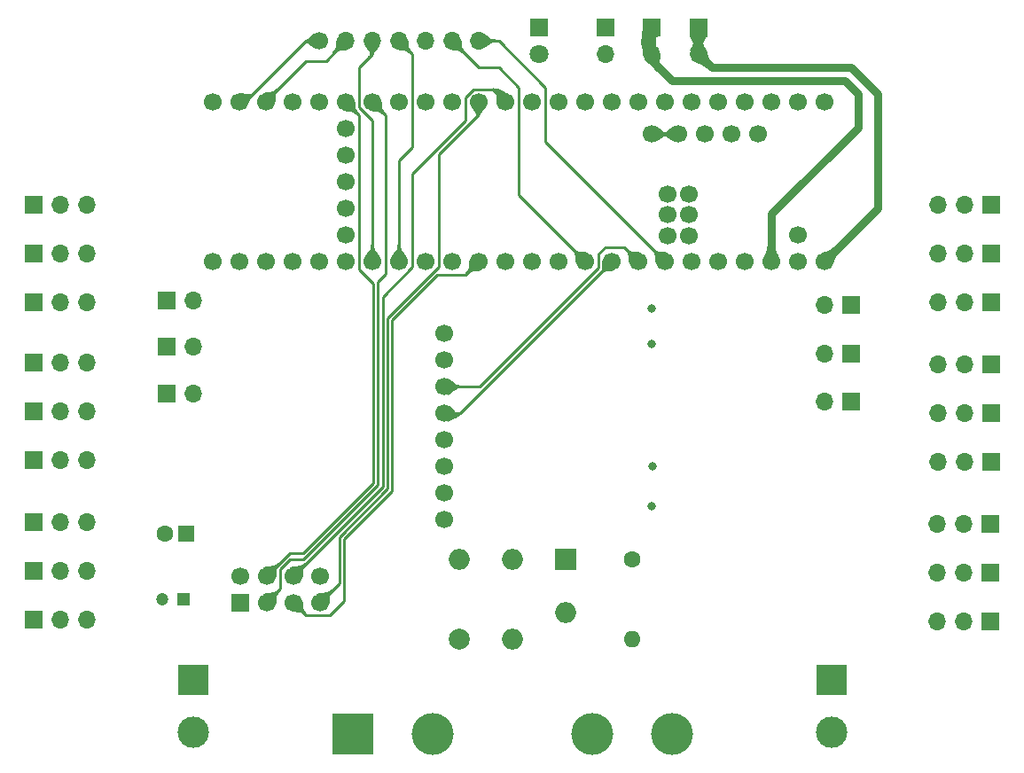
<source format=gbr>
%TF.GenerationSoftware,KiCad,Pcbnew,7.0.8*%
%TF.CreationDate,2025-03-22T19:36:18-04:00*%
%TF.ProjectId,Hexapod PCB KiCad Project,48657861-706f-4642-9050-4342204b6943,rev?*%
%TF.SameCoordinates,Original*%
%TF.FileFunction,Copper,L3,Inr*%
%TF.FilePolarity,Positive*%
%FSLAX46Y46*%
G04 Gerber Fmt 4.6, Leading zero omitted, Abs format (unit mm)*
G04 Created by KiCad (PCBNEW 7.0.8) date 2025-03-22 19:36:18*
%MOMM*%
%LPD*%
G01*
G04 APERTURE LIST*
%TA.AperFunction,ComponentPad*%
%ADD10O,1.600000X1.600000*%
%TD*%
%TA.AperFunction,ComponentPad*%
%ADD11C,1.600000*%
%TD*%
%TA.AperFunction,ComponentPad*%
%ADD12R,1.800000X1.800000*%
%TD*%
%TA.AperFunction,ComponentPad*%
%ADD13C,1.800000*%
%TD*%
%TA.AperFunction,ComponentPad*%
%ADD14R,1.700000X1.700000*%
%TD*%
%TA.AperFunction,ComponentPad*%
%ADD15O,1.700000X1.700000*%
%TD*%
%TA.AperFunction,ComponentPad*%
%ADD16C,1.700000*%
%TD*%
%TA.AperFunction,ComponentPad*%
%ADD17O,2.000000X2.000000*%
%TD*%
%TA.AperFunction,ComponentPad*%
%ADD18R,3.000000X3.000000*%
%TD*%
%TA.AperFunction,ComponentPad*%
%ADD19C,3.000000*%
%TD*%
%TA.AperFunction,ComponentPad*%
%ADD20R,4.000000X4.000000*%
%TD*%
%TA.AperFunction,ComponentPad*%
%ADD21C,4.000000*%
%TD*%
%TA.AperFunction,ComponentPad*%
%ADD22C,1.200000*%
%TD*%
%TA.AperFunction,ComponentPad*%
%ADD23R,1.200000X1.200000*%
%TD*%
%TA.AperFunction,ComponentPad*%
%ADD24R,1.600000X1.600000*%
%TD*%
%TA.AperFunction,ComponentPad*%
%ADD25C,2.000000*%
%TD*%
%TA.AperFunction,ComponentPad*%
%ADD26R,2.000000X2.000000*%
%TD*%
%TA.AperFunction,ViaPad*%
%ADD27C,0.800000*%
%TD*%
%TA.AperFunction,Conductor*%
%ADD28C,0.750000*%
%TD*%
%TA.AperFunction,Conductor*%
%ADD29C,0.250000*%
%TD*%
G04 APERTURE END LIST*
D10*
%TO.N,+3.3V*%
%TO.C,R3*%
X154940000Y-123190000D03*
D11*
%TO.N,Net-(D2-A)*%
X154940000Y-115570000D03*
%TD*%
D12*
%TO.N,GND*%
%TO.C,D2*%
X146050000Y-64770000D03*
D13*
%TO.N,Net-(D2-A)*%
X146050000Y-67310000D03*
%TD*%
D14*
%TO.N,GND*%
%TO.C,B2*%
X152400000Y-64770000D03*
D15*
X152400000Y-67310000D03*
%TD*%
D14*
%TO.N,Teensy VIN*%
%TO.C,B4*%
X161290000Y-64770000D03*
D15*
X161290000Y-67310000D03*
%TD*%
D16*
%TO.N,+3.3V*%
%TO.C,U4*%
X137034000Y-94007000D03*
%TO.N,GND*%
X137034000Y-96547000D03*
%TO.N,Gyro SCL*%
X137034000Y-99087000D03*
%TO.N,Gyro SDA*%
X137034000Y-101627000D03*
%TO.N,unconnected-(U4-XDA-Pad5)*%
X137034000Y-104167000D03*
%TO.N,unconnected-(U4-XCL-Pad6)*%
X137034000Y-106707000D03*
%TO.N,unconnected-(U4-ADO-Pad7)*%
X137034000Y-109247000D03*
%TO.N,unconnected-(U4-INT-Pad8)*%
X137034000Y-111787000D03*
%TD*%
D17*
%TO.N,Battery Voltage Divider*%
%TO.C,R2*%
X143510000Y-115570000D03*
%TO.N,GND*%
X143510000Y-123190000D03*
%TD*%
D18*
%TO.N,+BATT*%
%TO.C,C4*%
X113030000Y-127080000D03*
D19*
%TO.N,GND*%
X113030000Y-132080000D03*
%TD*%
D20*
%TO.N,GND*%
%TO.C,T1*%
X128270000Y-132212500D03*
D21*
%TO.N,Net-(T1-Pad2)*%
X135890000Y-132212500D03*
%TD*%
D16*
%TO.N,B1*%
%TO.C,B1*%
X125095000Y-66040000D03*
D15*
%TO.N,B2*%
X127635000Y-66040000D03*
%TO.N,B3*%
X130175000Y-66040000D03*
%TO.N,B4*%
X132715000Y-66040000D03*
%TO.N,B5*%
X135255000Y-66040000D03*
%TO.N,B6*%
X137795000Y-66040000D03*
%TO.N,B7*%
X140335000Y-66040000D03*
%TD*%
D21*
%TO.N,Net-(T1-Pad2)*%
%TO.C,T2*%
X151130000Y-132212500D03*
%TO.N,+BATT*%
X158750000Y-132212500D03*
%TD*%
D22*
%TO.N,GND*%
%TO.C,C2*%
X110097600Y-119380001D03*
D23*
%TO.N,+3.3V*%
X112097600Y-119380001D03*
%TD*%
D24*
%TO.N,+3.3V*%
%TO.C,C1*%
X112395000Y-113125000D03*
D11*
%TO.N,GND*%
X110395000Y-113125000D03*
%TD*%
D25*
%TO.N,+BATT*%
%TO.C,R1*%
X138430000Y-123190000D03*
D17*
%TO.N,Battery Voltage Divider*%
X138430000Y-115570000D03*
%TD*%
%TO.N,GND*%
%TO.C,D1*%
X148590000Y-120650000D03*
D26*
%TO.N,Battery Voltage Divider*%
X148590000Y-115570000D03*
%TD*%
D14*
%TO.N,+3.3V*%
%TO.C,B3*%
X156845000Y-64765000D03*
D15*
X156845000Y-67305000D03*
%TD*%
D19*
%TO.N,GND*%
%TO.C,C3*%
X173990000Y-132080000D03*
D18*
%TO.N,+BATT*%
X173990000Y-127080000D03*
%TD*%
D14*
%TO.N,GND*%
%TO.C,U3*%
X117565000Y-119680000D03*
D16*
%TO.N,+3.3V*%
X117565000Y-117140000D03*
%TO.N,CE*%
X120105000Y-119680000D03*
%TO.N,CSN*%
X120105000Y-117140000D03*
%TO.N,SCK*%
X122645000Y-119680000D03*
%TO.N,MOSI*%
X122645000Y-117140000D03*
%TO.N,MISO*%
X125185000Y-119680000D03*
%TO.N,unconnected-(U3-IRQ-Pad8)*%
X125185000Y-117140000D03*
%TD*%
%TO.N,unconnected-(U1-PadVUSB)*%
%TO.C,U1*%
X170815000Y-84580000D03*
%TO.N,Teensy VIN*%
X173355000Y-87120000D03*
%TO.N,unconnected-(U1-PadVBAT)*%
X127635000Y-74420000D03*
%TO.N,Net-(U1-USB_GND-PadUSB_GND1)*%
X156845000Y-74930000D03*
X159385000Y-74930000D03*
%TO.N,unconnected-(U1-PadT-)*%
X160385000Y-80670000D03*
%TO.N,unconnected-(U1-PadT+)*%
X158385000Y-80670000D03*
%TO.N,unconnected-(U1-PadR-)*%
X158385000Y-84670000D03*
%TO.N,unconnected-(U1-PadR+)*%
X160385000Y-84670000D03*
%TO.N,unconnected-(U1-PadPROGRAM)*%
X127635000Y-82040000D03*
%TO.N,unconnected-(U1-PadON{slash}OFF)*%
X127635000Y-84580000D03*
%TO.N,unconnected-(U1-PadLED)*%
X160385000Y-82670000D03*
%TO.N,GND*%
X158385000Y-82670000D03*
X127635000Y-79500000D03*
X170815000Y-87120000D03*
X137795000Y-87120000D03*
X173355000Y-71880000D03*
%TO.N,unconnected-(U1-PadD-)*%
X164465000Y-74930000D03*
%TO.N,unconnected-(U1-PadD+)*%
X161925000Y-74930000D03*
%TO.N,B5*%
X135255000Y-87120000D03*
%TO.N,B4*%
X132715000Y-87120000D03*
%TO.N,B3*%
X130175000Y-87120000D03*
%TO.N,FS3*%
X127635000Y-87120000D03*
%TO.N,Leg5 Tibia*%
X125095000Y-87120000D03*
%TO.N,Leg4 Coxa*%
X122555000Y-87120000D03*
%TO.N,FS2*%
X120015000Y-87120000D03*
%TO.N,FS1*%
X117475000Y-87120000D03*
%TO.N,Leg4 Femur*%
X114935000Y-87120000D03*
%TO.N,unconnected-(U1-OUT1B-Pad32)*%
X114935000Y-71880000D03*
%TO.N,B1*%
X117475000Y-71880000D03*
%TO.N,B2*%
X120015000Y-71880000D03*
%TO.N,Leg6 Tibia*%
X122555000Y-71880000D03*
%TO.N,Leg5 Coxa*%
X125095000Y-71880000D03*
%TO.N,CSN*%
X127635000Y-71880000D03*
%TO.N,CE*%
X130175000Y-71880000D03*
%TO.N,Leg5 Femur*%
X132715000Y-71880000D03*
%TO.N,Leg4 Tibia*%
X135255000Y-71880000D03*
%TO.N,FS4*%
X165735000Y-87120000D03*
%TO.N,FS5*%
X163195000Y-87120000D03*
%TO.N,FS6*%
X160655000Y-87120000D03*
%TO.N,B7*%
X158115000Y-87120000D03*
%TO.N,Gyro SCL*%
X155575000Y-87120000D03*
%TO.N,Gyro SDA*%
X153035000Y-87120000D03*
%TO.N,B6*%
X150495000Y-87120000D03*
%TO.N,Battery Voltage Divider*%
X147955000Y-87120000D03*
%TO.N,Leg6 Coxa*%
X145415000Y-87120000D03*
%TO.N,Leg6 Femur*%
X142875000Y-87120000D03*
%TO.N,SCK*%
X140335000Y-87120000D03*
%TO.N,MISO*%
X140335000Y-71880000D03*
%TO.N,MOSI*%
X142875000Y-71880000D03*
%TO.N,Leg1 Coxa*%
X145415000Y-71880000D03*
%TO.N,Leg1 Femur*%
X147955000Y-71880000D03*
%TO.N,Leg1 Tibia*%
X150495000Y-71880000D03*
%TO.N,Leg2 Coxa*%
X153035000Y-71880000D03*
%TO.N,Leg2 Femur*%
X155575000Y-71880000D03*
%TO.N,+5V*%
X167005000Y-74930000D03*
%TO.N,Leg2 Tibia*%
X158115000Y-71880000D03*
%TO.N,Leg3 Coxa*%
X160655000Y-71880000D03*
%TO.N,+3.3V*%
X127635000Y-76960000D03*
X168275000Y-87120000D03*
X137795000Y-71880000D03*
%TO.N,Leg3 Femur*%
X163195000Y-71880000D03*
%TO.N,Leg3 Tibia*%
X165735000Y-71880000D03*
%TO.N,unconnected-(U1-TX1-Pad1)*%
X168275000Y-71880000D03*
%TO.N,unconnected-(U1-RX1-Pad0)*%
X170815000Y-71880000D03*
%TD*%
D14*
%TO.N,GND*%
%TO.C,Cox2*%
X97790000Y-96745001D03*
D15*
%TO.N,+BATT*%
X100330000Y-96745001D03*
%TO.N,Leg5 Coxa*%
X102870000Y-96745001D03*
%TD*%
D14*
%TO.N,GND*%
%TO.C,Cox6*%
X189214980Y-121490001D03*
D15*
%TO.N,+BATT*%
X186674980Y-121490001D03*
%TO.N,Leg1 Coxa*%
X184134980Y-121490001D03*
%TD*%
D14*
%TO.N,GND*%
%TO.C,Tib2*%
X97790000Y-106045001D03*
D15*
%TO.N,+BATT*%
X100330000Y-106045001D03*
%TO.N,Leg5 Tibia*%
X102870000Y-106045001D03*
%TD*%
D14*
%TO.N,GND*%
%TO.C,FS4*%
X175900000Y-91235000D03*
D15*
%TO.N,FS4*%
X173360000Y-91235000D03*
%TD*%
D14*
%TO.N,GND*%
%TO.C,Cox5*%
X189230001Y-106250000D03*
D15*
%TO.N,+BATT*%
X186690001Y-106250000D03*
%TO.N,Leg2 Coxa*%
X184150001Y-106250000D03*
%TD*%
D14*
%TO.N,GND*%
%TO.C,Tib1*%
X97790001Y-91010000D03*
D15*
%TO.N,+BATT*%
X100330001Y-91010000D03*
%TO.N,Leg6 Tibia*%
X102870001Y-91010000D03*
%TD*%
D14*
%TO.N,GND*%
%TO.C,Fem4*%
X189230000Y-86360000D03*
D15*
%TO.N,+BATT*%
X186690000Y-86360000D03*
%TO.N,Leg3 Femur*%
X184150000Y-86360000D03*
%TD*%
D14*
%TO.N,GND*%
%TO.C,Fem3*%
X97789999Y-116635000D03*
D15*
%TO.N,+BATT*%
X100329999Y-116635000D03*
%TO.N,Leg4 Femur*%
X102869999Y-116635000D03*
%TD*%
D14*
%TO.N,GND*%
%TO.C,Tib6*%
X189214997Y-112189999D03*
D15*
%TO.N,+BATT*%
X186674997Y-112189999D03*
%TO.N,Leg1 Tibia*%
X184134997Y-112189999D03*
%TD*%
D14*
%TO.N,GND*%
%TO.C,Fem5*%
X189230000Y-101600000D03*
D15*
%TO.N,+BATT*%
X186690000Y-101600000D03*
%TO.N,Leg2 Femur*%
X184150000Y-101600000D03*
%TD*%
D14*
%TO.N,GND*%
%TO.C,Cox1*%
X97790001Y-81710000D03*
D15*
%TO.N,+BATT*%
X100330001Y-81710000D03*
%TO.N,Leg6 Coxa*%
X102870001Y-81710000D03*
%TD*%
D14*
%TO.N,GND*%
%TO.C,FS2*%
X110495000Y-95250000D03*
D15*
%TO.N,FS2*%
X113035000Y-95250000D03*
%TD*%
D14*
%TO.N,GND*%
%TO.C,FS5*%
X175900001Y-95885000D03*
D15*
%TO.N,FS5*%
X173360001Y-95885000D03*
%TD*%
D14*
%TO.N,GND*%
%TO.C,Cox4*%
X189229992Y-91010010D03*
D15*
%TO.N,+BATT*%
X186689992Y-91010010D03*
%TO.N,Leg3 Coxa*%
X184149992Y-91010010D03*
%TD*%
D14*
%TO.N,GND*%
%TO.C,Fem2*%
X97790001Y-101395000D03*
D15*
%TO.N,+BATT*%
X100330001Y-101395000D03*
%TO.N,Leg5 Femur*%
X102870001Y-101395000D03*
%TD*%
D14*
%TO.N,GND*%
%TO.C,Tib5*%
X189230001Y-96950000D03*
D15*
%TO.N,+BATT*%
X186690001Y-96950000D03*
%TO.N,Leg2 Tibia*%
X184150001Y-96950000D03*
%TD*%
D14*
%TO.N,GND*%
%TO.C,Fem1*%
X97790000Y-86360000D03*
D15*
%TO.N,+BATT*%
X100330000Y-86360000D03*
%TO.N,Leg6 Femur*%
X102870000Y-86360000D03*
%TD*%
D14*
%TO.N,GND*%
%TO.C,Cox3*%
X97790000Y-111985000D03*
D15*
%TO.N,+BATT*%
X100330000Y-111985000D03*
%TO.N,Leg4 Coxa*%
X102870000Y-111985000D03*
%TD*%
D14*
%TO.N,GND*%
%TO.C,FS1*%
X110490000Y-90805000D03*
D15*
%TO.N,FS1*%
X113030000Y-90805000D03*
%TD*%
D14*
%TO.N,GND*%
%TO.C,Tib3*%
X97790000Y-121285000D03*
D15*
%TO.N,+BATT*%
X100330000Y-121285000D03*
%TO.N,Leg4 Tibia*%
X102870000Y-121285000D03*
%TD*%
D14*
%TO.N,GND*%
%TO.C,FS3*%
X110490000Y-99695000D03*
D15*
%TO.N,FS3*%
X113030000Y-99695000D03*
%TD*%
%TO.N,FS6*%
%TO.C,FS6*%
X173360000Y-100535000D03*
D14*
%TO.N,GND*%
X175900000Y-100535000D03*
%TD*%
%TO.N,GND*%
%TO.C,Fem6*%
X189215000Y-116840000D03*
D15*
%TO.N,+BATT*%
X186675000Y-116840000D03*
%TO.N,Leg1 Femur*%
X184135000Y-116840000D03*
%TD*%
D14*
%TO.N,GND*%
%TO.C,Tib4*%
X189230008Y-81710011D03*
D15*
%TO.N,+BATT*%
X186690008Y-81710011D03*
%TO.N,Leg3 Tibia*%
X184150008Y-81710011D03*
%TD*%
D27*
%TO.N,GND*%
X156856159Y-94964401D03*
X156926000Y-106680000D03*
X156881354Y-91613488D03*
X156845000Y-110490000D03*
%TD*%
D28*
%TO.N,+3.3V*%
X156845000Y-67305000D02*
X156845000Y-64765000D01*
X156845000Y-67940000D02*
X156845000Y-67305000D01*
X175260000Y-69850000D02*
X158755000Y-69850000D01*
X176530000Y-71120000D02*
X175260000Y-69850000D01*
X176530000Y-74295000D02*
X176530000Y-71120000D01*
X168275000Y-82550000D02*
X176530000Y-74295000D01*
X168275000Y-87120000D02*
X168275000Y-82550000D01*
X158755000Y-69850000D02*
X156845000Y-67940000D01*
D29*
%TO.N,B7*%
X146685000Y-70485000D02*
X146685000Y-75690000D01*
X142240000Y-66040000D02*
X146685000Y-70485000D01*
X146685000Y-75690000D02*
X158115000Y-87120000D01*
X140335000Y-66040000D02*
X142240000Y-66040000D01*
%TO.N,Net-(U1-USB_GND-PadUSB_GND1)*%
X156845000Y-74930000D02*
X159385000Y-74930000D01*
%TO.N,MOSI*%
X131149232Y-90465768D02*
X133985000Y-87630000D01*
X139065000Y-73660000D02*
X139065000Y-71443330D01*
X133985000Y-87630000D02*
X133985000Y-78740000D01*
X141681374Y-70686374D02*
X142875000Y-71880000D01*
X139821956Y-70686374D02*
X141681374Y-70686374D01*
X131149232Y-108635768D02*
X131149232Y-90465768D01*
X139065000Y-71443330D02*
X139821956Y-70686374D01*
X133985000Y-78740000D02*
X139065000Y-73660000D01*
X122645000Y-117139999D02*
X131149232Y-108635768D01*
%TO.N,MISO*%
X127000000Y-113421396D02*
X131599232Y-108822164D01*
X136525000Y-76897500D02*
X140335000Y-73087500D01*
X131599232Y-108822164D02*
X131599232Y-92555768D01*
X140335000Y-73087500D02*
X140335000Y-71879999D01*
X125185000Y-119680000D02*
X127000000Y-117865000D01*
X127000000Y-117865000D02*
X127000000Y-113421396D01*
X131599232Y-92555768D02*
X136525000Y-87630000D01*
X136525000Y-87630000D02*
X136525000Y-76897500D01*
%TO.N,SCK*%
X122645000Y-119680001D02*
X123847919Y-120882919D01*
X132049232Y-109008560D02*
X132049232Y-92742164D01*
X139045010Y-88409990D02*
X140335000Y-87120000D01*
X127450000Y-119565000D02*
X127450000Y-113607792D01*
X123847919Y-120882919D02*
X126132081Y-120882919D01*
X127450000Y-113607792D02*
X132049232Y-109008560D01*
X126132081Y-120882919D02*
X127450000Y-119565000D01*
X136381406Y-88409990D02*
X139045010Y-88409990D01*
X132049232Y-92742164D02*
X136381406Y-88409990D01*
%TO.N,Gyro SDA*%
X153035000Y-87120000D02*
X138528000Y-101627000D01*
X138528000Y-101627000D02*
X137034000Y-101627000D01*
%TO.N,Gyro SCL*%
X152400000Y-85725000D02*
X151765000Y-86360000D01*
X155575000Y-87120000D02*
X154180000Y-85725000D01*
X154180000Y-85725000D02*
X152400000Y-85725000D01*
X151765000Y-86360000D02*
X151765000Y-87753604D01*
X151765000Y-87753604D02*
X140431604Y-99087000D01*
X140431604Y-99087000D02*
X137034000Y-99087000D01*
%TO.N,CE*%
X123578603Y-115570000D02*
X130699232Y-108449371D01*
X131445000Y-73150000D02*
X130175001Y-71880000D01*
X120105000Y-119680000D02*
X121392951Y-118392048D01*
X130699232Y-89027060D02*
X131445000Y-88281292D01*
X131445000Y-88281292D02*
X131445000Y-73150000D01*
X122311396Y-115570000D02*
X123578603Y-115570000D01*
X130699232Y-108449371D02*
X130699232Y-89027060D01*
X121392951Y-118392048D02*
X121392952Y-116488444D01*
X121392952Y-116488444D02*
X122311396Y-115570000D01*
%TO.N,CSN*%
X130249233Y-108262976D02*
X130249232Y-89213456D01*
X123577209Y-114935000D02*
X130249233Y-108262976D01*
X120105000Y-117140000D02*
X122310000Y-114935000D01*
X128891279Y-73136279D02*
X127635000Y-71880000D01*
X128891279Y-87855503D02*
X128891279Y-73136279D01*
X130249232Y-89213456D02*
X128891279Y-87855503D01*
X122310000Y-114935000D02*
X123577209Y-114935000D01*
D28*
%TO.N,Teensy VIN*%
X178435000Y-82040000D02*
X173355000Y-87120000D01*
X178435000Y-71120000D02*
X178435000Y-82040000D01*
X161290000Y-67310000D02*
X162560000Y-68580000D01*
X161290000Y-67310000D02*
X161290000Y-64770000D01*
X175895000Y-68580000D02*
X178435000Y-71120000D01*
X162560000Y-68580000D02*
X175895000Y-68580000D01*
D29*
%TO.N,B1*%
X117985000Y-71880000D02*
X117475000Y-71880000D01*
X125095000Y-66040000D02*
X123825000Y-66040000D01*
X123825000Y-66040000D02*
X117985000Y-71880000D01*
%TO.N,B2*%
X123825000Y-67945000D02*
X125730000Y-67945000D01*
X125730000Y-67945000D02*
X127635000Y-66040000D01*
X120015000Y-71755000D02*
X123825000Y-67945000D01*
X120015000Y-71880000D02*
X120015000Y-71755000D01*
%TO.N,B3*%
X128905000Y-68580000D02*
X130175000Y-67310000D01*
X130175000Y-67310000D02*
X130175000Y-66040000D01*
X130175000Y-73660000D02*
X128905000Y-72390000D01*
X130175000Y-87120000D02*
X130175000Y-73660000D01*
X128905000Y-72390000D02*
X128905000Y-68580000D01*
%TO.N,B4*%
X133985000Y-76198603D02*
X132715000Y-77468603D01*
X133985000Y-67310000D02*
X133985000Y-76198603D01*
X132715000Y-77468603D02*
X132715000Y-87120000D01*
X132715000Y-66040000D02*
X133985000Y-67310000D01*
%TO.N,B6*%
X144145000Y-80770000D02*
X150495000Y-87120000D01*
X140335000Y-68580000D02*
X142240000Y-68580000D01*
X137795000Y-66040000D02*
X140335000Y-68580000D01*
X144145000Y-70485000D02*
X144145000Y-80770000D01*
X142240000Y-68580000D02*
X144145000Y-70485000D01*
%TD*%
%TA.AperFunction,Conductor*%
%TO.N,B7*%
G36*
X157009557Y-85836967D02*
G01*
X157061685Y-85883960D01*
X157153603Y-85966822D01*
X157199488Y-85998451D01*
X157290379Y-86061104D01*
X157416760Y-86121279D01*
X157524873Y-86152491D01*
X157537859Y-86156240D01*
X157537860Y-86156240D01*
X157537863Y-86156241D01*
X157598335Y-86165563D01*
X157658804Y-86174885D01*
X157784709Y-86186107D01*
X157920542Y-86198790D01*
X157920816Y-86198823D01*
X158071621Y-86221833D01*
X158072092Y-86221927D01*
X158243082Y-86264137D01*
X158243622Y-86264300D01*
X158428725Y-86330565D01*
X158435359Y-86336579D01*
X158435797Y-86345523D01*
X158435596Y-86346046D01*
X158117562Y-87116214D01*
X158111237Y-87122553D01*
X158111214Y-87122562D01*
X157341046Y-87440596D01*
X157332091Y-87440587D01*
X157325766Y-87434248D01*
X157325565Y-87433725D01*
X157259300Y-87248622D01*
X157259137Y-87248082D01*
X157216927Y-87077092D01*
X157216833Y-87076621D01*
X157193823Y-86925816D01*
X157193790Y-86925542D01*
X157181107Y-86789709D01*
X157169885Y-86663807D01*
X157151241Y-86542863D01*
X157116279Y-86421760D01*
X157056104Y-86295379D01*
X157005405Y-86221830D01*
X156961822Y-86158603D01*
X156831968Y-86014558D01*
X156828974Y-86006119D01*
X156832384Y-85998452D01*
X156993452Y-85837384D01*
X157001724Y-85833958D01*
X157009557Y-85836967D01*
G37*
%TD.AperFunction*%
%TD*%
%TA.AperFunction,Conductor*%
%TO.N,B7*%
G36*
X140670865Y-65259720D02*
G01*
X140671377Y-65259948D01*
X140849102Y-65343970D01*
X140849626Y-65344251D01*
X141000345Y-65435290D01*
X141000786Y-65435585D01*
X141123648Y-65525917D01*
X141123917Y-65526127D01*
X141228911Y-65613188D01*
X141325873Y-65694279D01*
X141378849Y-65733104D01*
X141424568Y-65766611D01*
X141424576Y-65766616D01*
X141534931Y-65827527D01*
X141666846Y-65874342D01*
X141830232Y-65904390D01*
X141830237Y-65904390D01*
X141830242Y-65904391D01*
X141986460Y-65912484D01*
X142023905Y-65914425D01*
X142031990Y-65918275D01*
X142035000Y-65926109D01*
X142035000Y-66153890D01*
X142031573Y-66162163D01*
X142023905Y-66165574D01*
X141830242Y-66175607D01*
X141830229Y-66175609D01*
X141666849Y-66205656D01*
X141666843Y-66205657D01*
X141534932Y-66252471D01*
X141424576Y-66313382D01*
X141424568Y-66313387D01*
X141360345Y-66360455D01*
X141325873Y-66385720D01*
X141228911Y-66466811D01*
X141123917Y-66553871D01*
X141123648Y-66554081D01*
X141000786Y-66644412D01*
X141000345Y-66644707D01*
X140849626Y-66735746D01*
X140849102Y-66736027D01*
X140671377Y-66820051D01*
X140662433Y-66820489D01*
X140655799Y-66814475D01*
X140655571Y-66813963D01*
X140623136Y-66735899D01*
X140335864Y-66044488D01*
X140335856Y-66035534D01*
X140335865Y-66035511D01*
X140390344Y-65904390D01*
X140655572Y-65266034D01*
X140661910Y-65259711D01*
X140670865Y-65259720D01*
G37*
%TD.AperFunction*%
%TD*%
%TA.AperFunction,Conductor*%
%TO.N,+3.3V*%
G36*
X157682898Y-67304989D02*
G01*
X157691166Y-67308423D01*
X157694586Y-67316699D01*
X157694579Y-67317096D01*
X157689343Y-67467645D01*
X157689319Y-67468002D01*
X157675736Y-67609029D01*
X157659274Y-67732741D01*
X157645029Y-67843081D01*
X157642595Y-67878495D01*
X157638082Y-67944160D01*
X157638081Y-67944178D01*
X157643507Y-68040133D01*
X157643509Y-68040140D01*
X157666389Y-68135104D01*
X157666390Y-68135107D01*
X157666391Y-68135109D01*
X157711801Y-68233187D01*
X157784819Y-68338507D01*
X157784827Y-68338516D01*
X157883057Y-68446950D01*
X157886072Y-68455382D01*
X157882659Y-68463078D01*
X157368449Y-68977288D01*
X157360176Y-68980715D01*
X157351931Y-68977317D01*
X157210362Y-68836721D01*
X157085998Y-68715151D01*
X156980743Y-68614012D01*
X156888227Y-68526494D01*
X156802081Y-68445787D01*
X156715934Y-68365079D01*
X156623418Y-68277562D01*
X156518163Y-68176423D01*
X156393800Y-68054853D01*
X156282356Y-67944174D01*
X156252278Y-67914303D01*
X156248824Y-67906042D01*
X156252220Y-67897759D01*
X156840860Y-67307733D01*
X156849128Y-67304297D01*
X157682898Y-67304989D01*
G37*
%TD.AperFunction*%
%TD*%
%TA.AperFunction,Conductor*%
%TO.N,+3.3V*%
G36*
X156007792Y-64612824D02*
G01*
X156840226Y-64763138D01*
X156847757Y-64767979D01*
X157311844Y-65437809D01*
X157427614Y-65604902D01*
X157429509Y-65613654D01*
X157424660Y-65621182D01*
X157424184Y-65621495D01*
X157349649Y-65667937D01*
X157264682Y-65728003D01*
X157179721Y-65795192D01*
X157094761Y-65869503D01*
X157009805Y-65950937D01*
X156924843Y-66039500D01*
X156839882Y-66135187D01*
X156754921Y-66238000D01*
X156669960Y-66347937D01*
X156588504Y-66460172D01*
X156580871Y-66464855D01*
X156579035Y-66465000D01*
X155847984Y-66465000D01*
X155839711Y-66461573D01*
X155836284Y-66453300D01*
X155836347Y-66452086D01*
X155850999Y-66311613D01*
X155866999Y-66151102D01*
X155882999Y-65983466D01*
X155898999Y-65808705D01*
X155915000Y-65626820D01*
X155931000Y-65437809D01*
X155947000Y-65241673D01*
X155963000Y-65038412D01*
X155979000Y-64828026D01*
X155994046Y-64623481D01*
X155998070Y-64615481D01*
X156006572Y-64612671D01*
X156007792Y-64612824D01*
G37*
%TD.AperFunction*%
%TD*%
%TA.AperFunction,Conductor*%
%TO.N,+3.3V*%
G36*
X156582512Y-65908209D02*
G01*
X156585898Y-65915505D01*
X156597893Y-66058676D01*
X156634674Y-66173577D01*
X156692482Y-66257937D01*
X156692484Y-66257938D01*
X156692485Y-66257940D01*
X156768467Y-66320222D01*
X156768471Y-66320224D01*
X156859750Y-66368877D01*
X156859755Y-66368879D01*
X156859766Y-66368885D01*
X156963526Y-66412386D01*
X157076725Y-66459118D01*
X157077056Y-66459267D01*
X157196702Y-66517595D01*
X157197276Y-66517916D01*
X157320293Y-66596062D01*
X157321644Y-66597064D01*
X157355051Y-66625771D01*
X157436478Y-66695741D01*
X157440520Y-66703732D01*
X157437727Y-66712240D01*
X157437133Y-66712881D01*
X156848434Y-67302560D01*
X156840164Y-67305994D01*
X156840140Y-67305994D01*
X156006415Y-67305013D01*
X155998146Y-67301576D01*
X155994732Y-67293589D01*
X155990520Y-67113586D01*
X155978360Y-66956433D01*
X155960440Y-66824977D01*
X155938680Y-66710651D01*
X155915000Y-66604890D01*
X155891320Y-66499130D01*
X155869588Y-66384950D01*
X155869541Y-66384667D01*
X155851661Y-66253502D01*
X155851626Y-66253172D01*
X155839490Y-66096334D01*
X155839476Y-66096043D01*
X155838601Y-66058676D01*
X155835280Y-65916755D01*
X155838513Y-65908405D01*
X155846703Y-65904785D01*
X155846977Y-65904782D01*
X156574239Y-65904782D01*
X156582512Y-65908209D01*
G37*
%TD.AperFunction*%
%TD*%
%TA.AperFunction,Conductor*%
%TO.N,+3.3V*%
G36*
X168646816Y-85423427D02*
G01*
X168650240Y-85431455D01*
X168654076Y-85614903D01*
X168666317Y-85774793D01*
X168686742Y-85908025D01*
X168715363Y-86022912D01*
X168715366Y-86022922D01*
X168752204Y-86127823D01*
X168752208Y-86127834D01*
X168781388Y-86194687D01*
X168797286Y-86231112D01*
X168850616Y-86341094D01*
X168912216Y-86466126D01*
X168982104Y-86614553D01*
X169055566Y-86783816D01*
X169055716Y-86792769D01*
X169049491Y-86799207D01*
X169049322Y-86799279D01*
X168279489Y-87119134D01*
X168270534Y-87119143D01*
X168270511Y-87119134D01*
X167500677Y-86799279D01*
X167494352Y-86792940D01*
X167494361Y-86783985D01*
X167494381Y-86783936D01*
X167567895Y-86614553D01*
X167637783Y-86466126D01*
X167699383Y-86341094D01*
X167752713Y-86231111D01*
X167797790Y-86127834D01*
X167834632Y-86022920D01*
X167863257Y-85908023D01*
X167883681Y-85774800D01*
X167895923Y-85614907D01*
X167899760Y-85431454D01*
X167903359Y-85423256D01*
X167911457Y-85420000D01*
X168638543Y-85420000D01*
X168646816Y-85423427D01*
G37*
%TD.AperFunction*%
%TD*%
%TA.AperFunction,Conductor*%
%TO.N,Net-(U1-USB_GND-PadUSB_GND1)*%
G36*
X157180865Y-74149720D02*
G01*
X157181377Y-74149948D01*
X157359102Y-74233970D01*
X157359626Y-74234251D01*
X157510345Y-74325290D01*
X157510786Y-74325585D01*
X157633648Y-74415917D01*
X157633917Y-74416127D01*
X157738911Y-74503188D01*
X157835873Y-74584279D01*
X157888849Y-74623104D01*
X157934568Y-74656611D01*
X157934576Y-74656616D01*
X158044931Y-74717527D01*
X158176846Y-74764342D01*
X158340232Y-74794390D01*
X158340237Y-74794390D01*
X158340242Y-74794391D01*
X158496460Y-74802484D01*
X158533905Y-74804425D01*
X158541990Y-74808275D01*
X158545000Y-74816109D01*
X158545000Y-75043890D01*
X158541573Y-75052163D01*
X158533905Y-75055574D01*
X158340242Y-75065607D01*
X158340229Y-75065609D01*
X158176849Y-75095656D01*
X158176843Y-75095657D01*
X158044932Y-75142471D01*
X157934576Y-75203382D01*
X157934568Y-75203387D01*
X157870345Y-75250455D01*
X157835873Y-75275720D01*
X157738911Y-75356811D01*
X157633917Y-75443871D01*
X157633648Y-75444081D01*
X157510786Y-75534412D01*
X157510345Y-75534707D01*
X157359626Y-75625746D01*
X157359102Y-75626027D01*
X157181377Y-75710051D01*
X157172433Y-75710489D01*
X157165799Y-75704475D01*
X157165571Y-75703963D01*
X157133136Y-75625899D01*
X156845864Y-74934488D01*
X156845856Y-74925534D01*
X156845865Y-74925511D01*
X156900344Y-74794390D01*
X157165572Y-74156034D01*
X157171910Y-74149711D01*
X157180865Y-74149720D01*
G37*
%TD.AperFunction*%
%TD*%
%TA.AperFunction,Conductor*%
%TO.N,Net-(U1-USB_GND-PadUSB_GND1)*%
G36*
X159064201Y-74155524D02*
G01*
X159064428Y-74156036D01*
X159384134Y-74925511D01*
X159384143Y-74934466D01*
X159384134Y-74934489D01*
X159064428Y-75703963D01*
X159058089Y-75710288D01*
X159049134Y-75710279D01*
X159048622Y-75710051D01*
X158870895Y-75626027D01*
X158870371Y-75625746D01*
X158719652Y-75534707D01*
X158719211Y-75534412D01*
X158596350Y-75444081D01*
X158596081Y-75443871D01*
X158491087Y-75356811D01*
X158394126Y-75275720D01*
X158347791Y-75241762D01*
X158295429Y-75203387D01*
X158295421Y-75203382D01*
X158185066Y-75142471D01*
X158053155Y-75095657D01*
X158053149Y-75095656D01*
X157889769Y-75065609D01*
X157889756Y-75065607D01*
X157696095Y-75055574D01*
X157688010Y-75051724D01*
X157685000Y-75043890D01*
X157685000Y-74816109D01*
X157688427Y-74807836D01*
X157696094Y-74804425D01*
X157736305Y-74802341D01*
X157889756Y-74794391D01*
X157889760Y-74794390D01*
X157889767Y-74794390D01*
X158053153Y-74764342D01*
X158185068Y-74717527D01*
X158295422Y-74656616D01*
X158394126Y-74584279D01*
X158491087Y-74503188D01*
X158596093Y-74416117D01*
X158596350Y-74415917D01*
X158719211Y-74325585D01*
X158719644Y-74325295D01*
X158870378Y-74234246D01*
X158870887Y-74233974D01*
X159048624Y-74149946D01*
X159057566Y-74149510D01*
X159064201Y-74155524D01*
G37*
%TD.AperFunction*%
%TD*%
%TA.AperFunction,Conductor*%
%TO.N,MOSI*%
G36*
X141681411Y-70561732D02*
G01*
X141888802Y-70567925D01*
X141889229Y-70567953D01*
X142067715Y-70587033D01*
X142068247Y-70587116D01*
X142215678Y-70617879D01*
X142216312Y-70618050D01*
X142342477Y-70659675D01*
X142343049Y-70659898D01*
X142403261Y-70687045D01*
X142457791Y-70711631D01*
X142458162Y-70711815D01*
X142571350Y-70772970D01*
X142692563Y-70842711D01*
X142831323Y-70920124D01*
X142997337Y-71004397D01*
X143041989Y-71024265D01*
X143189879Y-71090073D01*
X143196042Y-71096566D01*
X143195934Y-71105227D01*
X142877853Y-71875511D01*
X142871528Y-71881850D01*
X142871512Y-71881856D01*
X142101713Y-72200311D01*
X142092758Y-72200307D01*
X142086429Y-72193973D01*
X142086019Y-72192815D01*
X142030199Y-72003855D01*
X142029783Y-72001757D01*
X142017051Y-71880000D01*
X142008940Y-71802432D01*
X142008911Y-71801684D01*
X142013645Y-71607811D01*
X142013670Y-71607401D01*
X142031065Y-71424091D01*
X142048073Y-71256128D01*
X142048145Y-71253106D01*
X142051599Y-71108339D01*
X142048178Y-71090071D01*
X142028570Y-70985348D01*
X141965912Y-70891777D01*
X141850551Y-70832243D01*
X141679776Y-70812567D01*
X141671949Y-70808216D01*
X141669415Y-70800944D01*
X141669415Y-70573428D01*
X141672842Y-70565155D01*
X141681115Y-70561728D01*
X141681411Y-70561732D01*
G37*
%TD.AperFunction*%
%TD*%
%TA.AperFunction,Conductor*%
%TO.N,MOSI*%
G36*
X123766547Y-115857385D02*
G01*
X123927613Y-116018451D01*
X123931040Y-116026724D01*
X123928030Y-116034558D01*
X123798175Y-116178602D01*
X123703897Y-116315374D01*
X123703894Y-116315379D01*
X123643718Y-116441760D01*
X123643718Y-116441761D01*
X123608757Y-116562859D01*
X123608756Y-116562866D01*
X123590113Y-116683803D01*
X123578891Y-116809709D01*
X123566210Y-116945516D01*
X123566169Y-116945854D01*
X123543167Y-117096602D01*
X123543065Y-117097112D01*
X123531847Y-117142562D01*
X123500864Y-117268071D01*
X123500692Y-117268641D01*
X123434434Y-117453725D01*
X123428420Y-117460359D01*
X123419476Y-117460797D01*
X123418953Y-117460596D01*
X122648785Y-117142562D01*
X122642447Y-117136238D01*
X122324403Y-116366045D01*
X122324412Y-116357091D01*
X122330751Y-116350766D01*
X122331258Y-116350571D01*
X122516381Y-116284298D01*
X122516910Y-116284138D01*
X122687910Y-116241926D01*
X122688373Y-116241834D01*
X122839185Y-116218822D01*
X122839451Y-116218790D01*
X122975289Y-116206107D01*
X123101194Y-116194884D01*
X123153023Y-116186893D01*
X123222134Y-116176240D01*
X123343237Y-116141279D01*
X123469619Y-116081104D01*
X123606397Y-115986819D01*
X123750441Y-115856967D01*
X123758879Y-115853974D01*
X123766547Y-115857385D01*
G37*
%TD.AperFunction*%
%TD*%
%TA.AperFunction,Conductor*%
%TO.N,MISO*%
G36*
X140341237Y-71884836D02*
G01*
X140927948Y-72472929D01*
X140931365Y-72481205D01*
X140928099Y-72489300D01*
X140808641Y-72613541D01*
X140749126Y-72681309D01*
X140708792Y-72727237D01*
X140708785Y-72727244D01*
X140708783Y-72727248D01*
X140629585Y-72826849D01*
X140564145Y-72917068D01*
X140505589Y-73002589D01*
X140447032Y-73088110D01*
X140381593Y-73178329D01*
X140302474Y-73277829D01*
X140302290Y-73278048D01*
X140202611Y-73391551D01*
X140202432Y-73391745D01*
X140083408Y-73515536D01*
X140075204Y-73519125D01*
X140066865Y-73515861D01*
X140066701Y-73515700D01*
X139905889Y-73354888D01*
X139902462Y-73346615D01*
X139905145Y-73339160D01*
X139997359Y-73227685D01*
X140046154Y-73119420D01*
X140046154Y-73119416D01*
X140046155Y-73119415D01*
X140052417Y-73018745D01*
X140052417Y-73018743D01*
X140023819Y-72921828D01*
X140023815Y-72921820D01*
X139968037Y-72824865D01*
X139968027Y-72824849D01*
X139892723Y-72723999D01*
X139805566Y-72615437D01*
X139714354Y-72495509D01*
X139714116Y-72495172D01*
X139626565Y-72360180D01*
X139626236Y-72359603D01*
X139555261Y-72216491D01*
X139554656Y-72207557D01*
X139560545Y-72200811D01*
X139561235Y-72200497D01*
X140328473Y-71882292D01*
X140337428Y-71882289D01*
X140341237Y-71884836D01*
G37*
%TD.AperFunction*%
%TD*%
%TA.AperFunction,Conductor*%
%TO.N,MISO*%
G36*
X126306548Y-118397385D02*
G01*
X126467614Y-118558451D01*
X126471041Y-118566724D01*
X126468031Y-118574558D01*
X126338176Y-118718603D01*
X126243897Y-118855374D01*
X126243894Y-118855379D01*
X126183719Y-118981760D01*
X126183719Y-118981761D01*
X126148758Y-119102859D01*
X126148757Y-119102866D01*
X126130114Y-119223804D01*
X126118891Y-119349709D01*
X126106211Y-119485515D01*
X126106170Y-119485854D01*
X126083167Y-119636602D01*
X126083065Y-119637112D01*
X126071847Y-119682562D01*
X126040864Y-119808071D01*
X126040692Y-119808641D01*
X125974434Y-119993725D01*
X125968420Y-120000359D01*
X125959476Y-120000797D01*
X125958953Y-120000596D01*
X125188785Y-119682562D01*
X125182447Y-119676238D01*
X124864403Y-118906045D01*
X124864412Y-118897091D01*
X124870751Y-118890766D01*
X124871258Y-118890571D01*
X125056381Y-118824298D01*
X125056910Y-118824138D01*
X125227910Y-118781926D01*
X125228373Y-118781834D01*
X125379186Y-118758822D01*
X125379452Y-118758790D01*
X125515289Y-118746107D01*
X125641195Y-118734885D01*
X125693024Y-118726894D01*
X125762135Y-118716241D01*
X125883238Y-118681279D01*
X126009619Y-118621104D01*
X126146398Y-118526820D01*
X126290442Y-118396967D01*
X126298880Y-118393974D01*
X126306548Y-118397385D01*
G37*
%TD.AperFunction*%
%TD*%
%TA.AperFunction,Conductor*%
%TO.N,SCK*%
G36*
X123427908Y-119359412D02*
G01*
X123434233Y-119365751D01*
X123434434Y-119366274D01*
X123500692Y-119551357D01*
X123500864Y-119551927D01*
X123543066Y-119722890D01*
X123543167Y-119723396D01*
X123566170Y-119874144D01*
X123566211Y-119874483D01*
X123578891Y-120010289D01*
X123590114Y-120136195D01*
X123608757Y-120257131D01*
X123608758Y-120257138D01*
X123629734Y-120329796D01*
X123643719Y-120378238D01*
X123703894Y-120504619D01*
X123703897Y-120504623D01*
X123798176Y-120641395D01*
X123928031Y-120785441D01*
X123931025Y-120793880D01*
X123927614Y-120801548D01*
X123766548Y-120962614D01*
X123758275Y-120966041D01*
X123750441Y-120963031D01*
X123606395Y-120833176D01*
X123469623Y-120738897D01*
X123469624Y-120738897D01*
X123469619Y-120738894D01*
X123343238Y-120678719D01*
X123294796Y-120664734D01*
X123222138Y-120643758D01*
X123222131Y-120643757D01*
X123101195Y-120625114D01*
X122975289Y-120613891D01*
X122839483Y-120601211D01*
X122839154Y-120601171D01*
X122688395Y-120578166D01*
X122687890Y-120578066D01*
X122516927Y-120535864D01*
X122516363Y-120535694D01*
X122429559Y-120504619D01*
X122331274Y-120469434D01*
X122324640Y-120463420D01*
X122324202Y-120454476D01*
X122324391Y-120453981D01*
X122642438Y-119683783D01*
X122648759Y-119677448D01*
X123418954Y-119359403D01*
X123427908Y-119359412D01*
G37*
%TD.AperFunction*%
%TD*%
%TA.AperFunction,Conductor*%
%TO.N,SCK*%
G36*
X139561031Y-86799397D02*
G01*
X140331215Y-87117438D01*
X140337552Y-87123761D01*
X140337562Y-87123785D01*
X140655596Y-87893953D01*
X140655587Y-87902908D01*
X140649248Y-87909233D01*
X140648725Y-87909434D01*
X140463641Y-87975692D01*
X140463071Y-87975864D01*
X140387082Y-87994622D01*
X140292112Y-88018065D01*
X140291602Y-88018167D01*
X140227495Y-88027949D01*
X140140848Y-88041170D01*
X140140515Y-88041211D01*
X140004709Y-88053891D01*
X139878804Y-88065114D01*
X139757866Y-88083757D01*
X139757859Y-88083758D01*
X139660980Y-88111726D01*
X139636760Y-88118719D01*
X139510379Y-88178894D01*
X139510376Y-88178896D01*
X139510374Y-88178897D01*
X139373603Y-88273176D01*
X139229558Y-88403031D01*
X139221119Y-88406025D01*
X139213451Y-88402614D01*
X139052385Y-88241548D01*
X139048958Y-88233275D01*
X139051967Y-88225442D01*
X139181820Y-88081398D01*
X139276104Y-87944619D01*
X139336279Y-87818238D01*
X139371241Y-87697135D01*
X139389885Y-87576192D01*
X139401107Y-87450289D01*
X139413790Y-87314452D01*
X139413822Y-87314186D01*
X139436834Y-87163373D01*
X139436926Y-87162910D01*
X139479138Y-86991910D01*
X139479298Y-86991381D01*
X139545565Y-86806273D01*
X139551579Y-86799639D01*
X139560523Y-86799202D01*
X139561031Y-86799397D01*
G37*
%TD.AperFunction*%
%TD*%
%TA.AperFunction,Conductor*%
%TO.N,Gyro SDA*%
G36*
X152261031Y-86799397D02*
G01*
X153031215Y-87117438D01*
X153037552Y-87123761D01*
X153037562Y-87123785D01*
X153355596Y-87893953D01*
X153355587Y-87902908D01*
X153349248Y-87909233D01*
X153348725Y-87909434D01*
X153163641Y-87975692D01*
X153163071Y-87975864D01*
X153091033Y-87993647D01*
X152992112Y-88018065D01*
X152991602Y-88018167D01*
X152927495Y-88027949D01*
X152840848Y-88041170D01*
X152840515Y-88041211D01*
X152704709Y-88053891D01*
X152578804Y-88065114D01*
X152457866Y-88083757D01*
X152457859Y-88083758D01*
X152360980Y-88111726D01*
X152336760Y-88118719D01*
X152210379Y-88178894D01*
X152210376Y-88178896D01*
X152210374Y-88178897D01*
X152073603Y-88273176D01*
X151929558Y-88403031D01*
X151921119Y-88406025D01*
X151913451Y-88402614D01*
X151753156Y-88242319D01*
X151749729Y-88234046D01*
X151753155Y-88225774D01*
X151984959Y-87993970D01*
X151985294Y-87993663D01*
X152018194Y-87966059D01*
X152039666Y-87928866D01*
X152039925Y-87928460D01*
X152064554Y-87893288D01*
X152067919Y-87880723D01*
X152069085Y-87877910D01*
X152075588Y-87866649D01*
X152075631Y-87866410D01*
X152077825Y-87853957D01*
X152083046Y-87824347D01*
X152083147Y-87823893D01*
X152094263Y-87782411D01*
X152090521Y-87739641D01*
X152090500Y-87739146D01*
X152090500Y-87569554D01*
X152090523Y-87569034D01*
X152101107Y-87450289D01*
X152113790Y-87314452D01*
X152113822Y-87314186D01*
X152136834Y-87163373D01*
X152136926Y-87162910D01*
X152179138Y-86991910D01*
X152179298Y-86991381D01*
X152245565Y-86806273D01*
X152251579Y-86799639D01*
X152260523Y-86799202D01*
X152261031Y-86799397D01*
G37*
%TD.AperFunction*%
%TD*%
%TA.AperFunction,Conductor*%
%TO.N,Gyro SDA*%
G36*
X137369657Y-100847221D02*
G01*
X137370616Y-100847670D01*
X137468003Y-100898948D01*
X137530844Y-100932036D01*
X137532413Y-100933029D01*
X137605820Y-100988084D01*
X137679355Y-101043235D01*
X137679839Y-101043643D01*
X137807998Y-101163915D01*
X137808213Y-101164128D01*
X137922207Y-101283726D01*
X138026913Y-101391997D01*
X138026919Y-101392002D01*
X138127246Y-101478293D01*
X138127248Y-101478294D01*
X138228232Y-101532077D01*
X138287483Y-101538038D01*
X138334880Y-101542807D01*
X138334881Y-101542806D01*
X138334884Y-101542807D01*
X138452225Y-101499944D01*
X138577096Y-101399524D01*
X138585687Y-101397012D01*
X138592698Y-101400371D01*
X138753679Y-101561352D01*
X138757106Y-101569625D01*
X138753679Y-101577898D01*
X138753581Y-101577995D01*
X138602597Y-101725448D01*
X138466688Y-101849345D01*
X138466456Y-101849545D01*
X138346945Y-101947544D01*
X138346616Y-101947795D01*
X138236239Y-102025927D01*
X138235840Y-102026186D01*
X138127359Y-102090440D01*
X138126973Y-102090649D01*
X138013124Y-102147000D01*
X138012841Y-102147131D01*
X137886287Y-102201566D01*
X137739895Y-102259977D01*
X137566622Y-102328241D01*
X137370031Y-102407939D01*
X137361076Y-102407871D01*
X137354830Y-102401585D01*
X137225640Y-102090649D01*
X137035154Y-101632188D01*
X137035146Y-101623239D01*
X137354369Y-100853544D01*
X137360702Y-100847217D01*
X137369657Y-100847221D01*
G37*
%TD.AperFunction*%
%TD*%
%TA.AperFunction,Conductor*%
%TO.N,Gyro SCL*%
G36*
X154469557Y-85836967D02*
G01*
X154521685Y-85883960D01*
X154613603Y-85966822D01*
X154659488Y-85998451D01*
X154750379Y-86061104D01*
X154876760Y-86121279D01*
X154984873Y-86152491D01*
X154997859Y-86156240D01*
X154997860Y-86156240D01*
X154997863Y-86156241D01*
X155058335Y-86165563D01*
X155118804Y-86174885D01*
X155244709Y-86186107D01*
X155380542Y-86198790D01*
X155380816Y-86198823D01*
X155531621Y-86221833D01*
X155532092Y-86221927D01*
X155703082Y-86264137D01*
X155703622Y-86264300D01*
X155888725Y-86330565D01*
X155895359Y-86336579D01*
X155895797Y-86345523D01*
X155895596Y-86346046D01*
X155577562Y-87116214D01*
X155571237Y-87122553D01*
X155571214Y-87122562D01*
X154801046Y-87440596D01*
X154792091Y-87440587D01*
X154785766Y-87434248D01*
X154785565Y-87433725D01*
X154719300Y-87248622D01*
X154719137Y-87248082D01*
X154676927Y-87077092D01*
X154676833Y-87076621D01*
X154653823Y-86925816D01*
X154653790Y-86925542D01*
X154641107Y-86789709D01*
X154629885Y-86663807D01*
X154611241Y-86542863D01*
X154576279Y-86421760D01*
X154516104Y-86295379D01*
X154465405Y-86221830D01*
X154421822Y-86158603D01*
X154291968Y-86014558D01*
X154288974Y-86006119D01*
X154292384Y-85998452D01*
X154453452Y-85837384D01*
X154461724Y-85833958D01*
X154469557Y-85836967D01*
G37*
%TD.AperFunction*%
%TD*%
%TA.AperFunction,Conductor*%
%TO.N,Gyro SCL*%
G36*
X137369865Y-98306720D02*
G01*
X137370377Y-98306948D01*
X137548102Y-98390970D01*
X137548626Y-98391251D01*
X137699345Y-98482290D01*
X137699786Y-98482585D01*
X137822648Y-98572917D01*
X137822917Y-98573127D01*
X137927911Y-98660188D01*
X138024873Y-98741279D01*
X138077849Y-98780104D01*
X138123568Y-98813611D01*
X138123576Y-98813616D01*
X138233931Y-98874527D01*
X138365846Y-98921342D01*
X138529232Y-98951390D01*
X138529237Y-98951390D01*
X138529242Y-98951391D01*
X138685460Y-98959484D01*
X138722905Y-98961425D01*
X138730990Y-98965275D01*
X138734000Y-98973109D01*
X138734000Y-99200890D01*
X138730573Y-99209163D01*
X138722905Y-99212574D01*
X138529242Y-99222607D01*
X138529229Y-99222609D01*
X138365849Y-99252656D01*
X138365843Y-99252657D01*
X138233932Y-99299471D01*
X138123576Y-99360382D01*
X138123568Y-99360387D01*
X138059345Y-99407455D01*
X138024873Y-99432720D01*
X137927911Y-99513811D01*
X137822917Y-99600871D01*
X137822648Y-99601081D01*
X137699786Y-99691412D01*
X137699345Y-99691707D01*
X137548626Y-99782746D01*
X137548102Y-99783027D01*
X137370377Y-99867051D01*
X137361433Y-99867489D01*
X137354799Y-99861475D01*
X137354571Y-99860963D01*
X137322136Y-99782899D01*
X137034864Y-99091488D01*
X137034856Y-99082534D01*
X137034865Y-99082511D01*
X137089344Y-98951390D01*
X137354572Y-98313034D01*
X137360910Y-98306711D01*
X137369865Y-98306720D01*
G37*
%TD.AperFunction*%
%TD*%
%TA.AperFunction,Conductor*%
%TO.N,CE*%
G36*
X130957908Y-71559412D02*
G01*
X130964233Y-71565751D01*
X130964434Y-71566274D01*
X131030692Y-71751357D01*
X131030864Y-71751927D01*
X131073066Y-71922890D01*
X131073167Y-71923396D01*
X131096170Y-72074144D01*
X131096211Y-72074483D01*
X131108891Y-72210289D01*
X131120114Y-72336195D01*
X131138757Y-72457131D01*
X131138758Y-72457138D01*
X131159734Y-72529796D01*
X131173719Y-72578238D01*
X131233894Y-72704619D01*
X131233897Y-72704623D01*
X131328176Y-72841395D01*
X131458031Y-72985441D01*
X131461025Y-72993880D01*
X131457614Y-73001548D01*
X131296548Y-73162614D01*
X131288275Y-73166041D01*
X131280441Y-73163031D01*
X131136395Y-73033176D01*
X130999623Y-72938897D01*
X130999624Y-72938897D01*
X130999619Y-72938894D01*
X130873238Y-72878719D01*
X130824796Y-72864734D01*
X130752138Y-72843758D01*
X130752131Y-72843757D01*
X130631195Y-72825114D01*
X130505289Y-72813891D01*
X130369483Y-72801211D01*
X130369154Y-72801171D01*
X130218395Y-72778166D01*
X130217890Y-72778066D01*
X130046927Y-72735864D01*
X130046363Y-72735694D01*
X129959559Y-72704619D01*
X129861274Y-72669434D01*
X129854640Y-72663420D01*
X129854202Y-72654476D01*
X129854391Y-72653981D01*
X130172438Y-71883783D01*
X130178759Y-71877448D01*
X130948954Y-71559403D01*
X130957908Y-71559412D01*
G37*
%TD.AperFunction*%
%TD*%
%TA.AperFunction,Conductor*%
%TO.N,CE*%
G36*
X121226547Y-118397385D02*
G01*
X121387613Y-118558451D01*
X121391040Y-118566724D01*
X121388030Y-118574558D01*
X121258175Y-118718603D01*
X121185313Y-118824306D01*
X121163894Y-118855379D01*
X121103719Y-118981760D01*
X121103719Y-118981761D01*
X121068757Y-119102859D01*
X121068755Y-119102868D01*
X121050114Y-119223804D01*
X121038891Y-119349709D01*
X121026211Y-119485515D01*
X121026170Y-119485854D01*
X121003167Y-119636602D01*
X121003065Y-119637112D01*
X120991847Y-119682562D01*
X120960864Y-119808071D01*
X120960692Y-119808641D01*
X120894434Y-119993725D01*
X120888420Y-120000359D01*
X120879476Y-120000797D01*
X120878953Y-120000596D01*
X120108785Y-119682562D01*
X120102447Y-119676238D01*
X119784403Y-118906045D01*
X119784412Y-118897091D01*
X119790751Y-118890766D01*
X119791258Y-118890571D01*
X119976381Y-118824298D01*
X119976910Y-118824138D01*
X120147910Y-118781926D01*
X120148373Y-118781834D01*
X120299186Y-118758822D01*
X120299452Y-118758790D01*
X120435289Y-118746107D01*
X120561194Y-118734885D01*
X120613024Y-118726894D01*
X120682135Y-118716241D01*
X120803238Y-118681279D01*
X120929619Y-118621104D01*
X121066397Y-118526820D01*
X121210441Y-118396967D01*
X121218879Y-118393974D01*
X121226547Y-118397385D01*
G37*
%TD.AperFunction*%
%TD*%
%TA.AperFunction,Conductor*%
%TO.N,CSN*%
G36*
X121226548Y-115857385D02*
G01*
X121386843Y-116017680D01*
X121390270Y-116025953D01*
X121386843Y-116034226D01*
X121173025Y-116248044D01*
X121172648Y-116248388D01*
X121139760Y-116275986D01*
X121139754Y-116275992D01*
X121118294Y-116313163D01*
X121118020Y-116313593D01*
X121093400Y-116348755D01*
X121093397Y-116348762D01*
X121090033Y-116361316D01*
X121088865Y-116364136D01*
X121082364Y-116375399D01*
X121074910Y-116417668D01*
X121074799Y-116418166D01*
X121063687Y-116459637D01*
X121063687Y-116459640D01*
X121066043Y-116486563D01*
X121067429Y-116502413D01*
X121067451Y-116502907D01*
X121067451Y-116570446D01*
X121067314Y-116572229D01*
X121050114Y-116683804D01*
X121038891Y-116809709D01*
X121026211Y-116945515D01*
X121026170Y-116945854D01*
X121003167Y-117096602D01*
X121003065Y-117097112D01*
X120991847Y-117142562D01*
X120960864Y-117268071D01*
X120960692Y-117268641D01*
X120894434Y-117453725D01*
X120888420Y-117460359D01*
X120879476Y-117460797D01*
X120878953Y-117460596D01*
X120108785Y-117142562D01*
X120102447Y-117136238D01*
X119784403Y-116366045D01*
X119784412Y-116357091D01*
X119790751Y-116350766D01*
X119791258Y-116350571D01*
X119976381Y-116284298D01*
X119976910Y-116284138D01*
X120147910Y-116241926D01*
X120148373Y-116241834D01*
X120299186Y-116218822D01*
X120299452Y-116218790D01*
X120435289Y-116206107D01*
X120561195Y-116194885D01*
X120613024Y-116186894D01*
X120682135Y-116176241D01*
X120803238Y-116141279D01*
X120929619Y-116081104D01*
X121066398Y-115986820D01*
X121210442Y-115856967D01*
X121218880Y-115853974D01*
X121226548Y-115857385D01*
G37*
%TD.AperFunction*%
%TD*%
%TA.AperFunction,Conductor*%
%TO.N,CSN*%
G36*
X128417908Y-71559412D02*
G01*
X128424233Y-71565751D01*
X128424434Y-71566274D01*
X128490692Y-71751357D01*
X128490864Y-71751927D01*
X128533066Y-71922890D01*
X128533167Y-71923396D01*
X128556170Y-72074144D01*
X128556211Y-72074483D01*
X128568891Y-72210289D01*
X128579477Y-72329045D01*
X128579500Y-72329565D01*
X128579500Y-72375535D01*
X128579478Y-72376029D01*
X128578143Y-72391289D01*
X128575735Y-72418803D01*
X128575735Y-72418805D01*
X128586847Y-72460275D01*
X128586958Y-72460774D01*
X128594412Y-72503044D01*
X128594413Y-72503048D01*
X128600911Y-72514302D01*
X128602080Y-72517123D01*
X128605446Y-72529684D01*
X128605447Y-72529685D01*
X128628586Y-72562732D01*
X128630242Y-72566196D01*
X128633719Y-72578238D01*
X128693894Y-72704619D01*
X128693897Y-72704623D01*
X128788176Y-72841395D01*
X128918031Y-72985441D01*
X128921025Y-72993880D01*
X128917614Y-73001548D01*
X128756548Y-73162614D01*
X128748275Y-73166041D01*
X128740441Y-73163031D01*
X128596395Y-73033176D01*
X128459623Y-72938897D01*
X128459624Y-72938897D01*
X128459619Y-72938894D01*
X128333238Y-72878719D01*
X128284796Y-72864734D01*
X128212138Y-72843758D01*
X128212131Y-72843757D01*
X128091195Y-72825114D01*
X127965289Y-72813891D01*
X127829483Y-72801211D01*
X127829154Y-72801171D01*
X127678395Y-72778166D01*
X127677890Y-72778066D01*
X127506927Y-72735864D01*
X127506363Y-72735694D01*
X127419559Y-72704619D01*
X127321274Y-72669434D01*
X127314640Y-72663420D01*
X127314202Y-72654476D01*
X127314391Y-72653981D01*
X127632438Y-71883783D01*
X127638759Y-71877448D01*
X128408954Y-71559403D01*
X128417908Y-71559412D01*
G37*
%TD.AperFunction*%
%TD*%
%TA.AperFunction,Conductor*%
%TO.N,Teensy VIN*%
G36*
X174300017Y-85660855D02*
G01*
X174814144Y-86174982D01*
X174817571Y-86183255D01*
X174814315Y-86191353D01*
X174687305Y-86323789D01*
X174677945Y-86334702D01*
X174582902Y-86445504D01*
X174555885Y-86482304D01*
X174503147Y-86554138D01*
X174503142Y-86554146D01*
X174442141Y-86655628D01*
X174442138Y-86655633D01*
X174442138Y-86655634D01*
X174394003Y-86755871D01*
X174394001Y-86755877D01*
X174352850Y-86860773D01*
X174312790Y-86976252D01*
X174267937Y-87108222D01*
X174212402Y-87262593D01*
X174144661Y-87434225D01*
X174138436Y-87440663D01*
X174129483Y-87440813D01*
X174129312Y-87440744D01*
X173358785Y-87122562D01*
X173352447Y-87116238D01*
X173034255Y-86345686D01*
X173034264Y-86336732D01*
X173040603Y-86330407D01*
X173040698Y-86330368D01*
X173212405Y-86262597D01*
X173366777Y-86207061D01*
X173498746Y-86162208D01*
X173614226Y-86122148D01*
X173719128Y-86080995D01*
X173819365Y-86032861D01*
X173920850Y-85971857D01*
X174029495Y-85892096D01*
X174029499Y-85892092D01*
X174029499Y-85892093D01*
X174151209Y-85787694D01*
X174165216Y-85774260D01*
X174283647Y-85660683D01*
X174291989Y-85657431D01*
X174300017Y-85660855D01*
G37*
%TD.AperFunction*%
%TD*%
%TA.AperFunction,Conductor*%
%TO.N,Teensy VIN*%
G36*
X162073267Y-66989264D02*
G01*
X162079592Y-66995603D01*
X162079661Y-66995774D01*
X162147402Y-67167405D01*
X162202937Y-67321777D01*
X162247790Y-67453746D01*
X162287850Y-67569226D01*
X162329003Y-67674128D01*
X162377138Y-67774365D01*
X162377140Y-67774369D01*
X162377141Y-67774370D01*
X162438142Y-67875852D01*
X162438147Y-67875860D01*
X162482636Y-67936458D01*
X162517902Y-67984495D01*
X162517905Y-67984499D01*
X162622305Y-68106209D01*
X162749315Y-68238646D01*
X162752568Y-68246989D01*
X162749144Y-68255017D01*
X162235017Y-68769144D01*
X162226744Y-68772571D01*
X162218646Y-68769315D01*
X162086209Y-68642305D01*
X161964499Y-68537905D01*
X161964495Y-68537902D01*
X161916458Y-68502636D01*
X161855860Y-68458147D01*
X161855852Y-68458142D01*
X161754370Y-68397141D01*
X161754369Y-68397140D01*
X161754365Y-68397138D01*
X161654128Y-68349003D01*
X161549226Y-68307850D01*
X161433746Y-68267790D01*
X161301777Y-68222937D01*
X161147405Y-68167402D01*
X160975774Y-68099661D01*
X160969336Y-68093436D01*
X160969186Y-68084483D01*
X160969230Y-68084372D01*
X161287438Y-67313783D01*
X161293759Y-67307448D01*
X162064313Y-66989255D01*
X162073267Y-66989264D01*
G37*
%TD.AperFunction*%
%TD*%
%TA.AperFunction,Conductor*%
%TO.N,Teensy VIN*%
G36*
X161298266Y-64777276D02*
G01*
X162132172Y-65612163D01*
X162135594Y-65620437D01*
X162132602Y-65628244D01*
X162092502Y-65672935D01*
X162044997Y-65733002D01*
X162044998Y-65733001D01*
X161997497Y-65800191D01*
X161997497Y-65800192D01*
X161950000Y-65874499D01*
X161902500Y-65955937D01*
X161854999Y-66044500D01*
X161807499Y-66140187D01*
X161759999Y-66242999D01*
X161712499Y-66352937D01*
X161667961Y-66462699D01*
X161661675Y-66469077D01*
X161657120Y-66470000D01*
X160922879Y-66470000D01*
X160914606Y-66466573D01*
X160912038Y-66462699D01*
X160867500Y-66352937D01*
X160820000Y-66242999D01*
X160772500Y-66140187D01*
X160725000Y-66044501D01*
X160725000Y-66044500D01*
X160677500Y-65955937D01*
X160629999Y-65874499D01*
X160582499Y-65800187D01*
X160535001Y-65733001D01*
X160535002Y-65733002D01*
X160487497Y-65672935D01*
X160447397Y-65628244D01*
X160444422Y-65619797D01*
X160447825Y-65612165D01*
X161281723Y-64777286D01*
X161289993Y-64773855D01*
X161298266Y-64777276D01*
G37*
%TD.AperFunction*%
%TD*%
%TA.AperFunction,Conductor*%
%TO.N,Teensy VIN*%
G36*
X161661816Y-65613427D02*
G01*
X161665240Y-65621455D01*
X161669076Y-65804903D01*
X161681317Y-65964793D01*
X161701742Y-66098025D01*
X161730363Y-66212912D01*
X161730366Y-66212922D01*
X161767204Y-66317823D01*
X161767208Y-66317834D01*
X161796388Y-66384687D01*
X161812286Y-66421112D01*
X161865616Y-66531094D01*
X161927216Y-66656126D01*
X161997104Y-66804553D01*
X162070566Y-66973816D01*
X162070716Y-66982769D01*
X162064491Y-66989207D01*
X162064322Y-66989279D01*
X161294489Y-67309134D01*
X161285534Y-67309143D01*
X161285511Y-67309134D01*
X160515677Y-66989279D01*
X160509352Y-66982940D01*
X160509361Y-66973985D01*
X160509381Y-66973936D01*
X160582895Y-66804553D01*
X160652783Y-66656126D01*
X160714383Y-66531094D01*
X160767713Y-66421111D01*
X160812790Y-66317834D01*
X160849632Y-66212920D01*
X160878257Y-66098023D01*
X160898681Y-65964800D01*
X160910923Y-65804907D01*
X160914760Y-65621454D01*
X160918359Y-65613256D01*
X160926457Y-65610000D01*
X161653543Y-65610000D01*
X161661816Y-65613427D01*
G37*
%TD.AperFunction*%
%TD*%
%TA.AperFunction,Conductor*%
%TO.N,B1*%
G36*
X124502014Y-65446995D02*
G01*
X125090162Y-66033761D01*
X125093599Y-66042030D01*
X125092706Y-66046526D01*
X124774541Y-66813670D01*
X124768207Y-66819999D01*
X124759252Y-66819995D01*
X124758475Y-66819640D01*
X124611730Y-66745804D01*
X124611096Y-66745433D01*
X124473511Y-66652982D01*
X124473117Y-66652693D01*
X124351369Y-66555204D01*
X124241529Y-66461005D01*
X124139732Y-66378542D01*
X124041918Y-66316105D01*
X124041915Y-66316103D01*
X123983740Y-66295826D01*
X123944029Y-66281985D01*
X123944028Y-66281985D01*
X123842006Y-66284474D01*
X123731793Y-66331864D01*
X123617530Y-66425710D01*
X123608962Y-66428313D01*
X123601831Y-66424942D01*
X123441052Y-66264163D01*
X123437625Y-66255890D01*
X123441052Y-66247617D01*
X123441224Y-66247448D01*
X123564422Y-66130643D01*
X123564687Y-66130408D01*
X123679163Y-66034484D01*
X123679449Y-66034258D01*
X123781029Y-65960016D01*
X123781245Y-65959867D01*
X123874352Y-65900001D01*
X123963257Y-65847312D01*
X124052161Y-65794623D01*
X124145374Y-65734688D01*
X124247201Y-65660266D01*
X124247202Y-65660266D01*
X124361963Y-65564102D01*
X124361964Y-65564102D01*
X124416813Y-65512098D01*
X124485703Y-65446786D01*
X124494063Y-65443582D01*
X124502014Y-65446995D01*
G37*
%TD.AperFunction*%
%TD*%
%TA.AperFunction,Conductor*%
%TO.N,B1*%
G36*
X118789017Y-70914754D02*
G01*
X118949818Y-71075555D01*
X118953245Y-71083828D01*
X118949890Y-71092029D01*
X118831828Y-71212163D01*
X118730395Y-71321144D01*
X118649136Y-71416628D01*
X118649135Y-71416628D01*
X118583461Y-71504558D01*
X118583461Y-71504559D01*
X118528814Y-71590829D01*
X118528813Y-71590830D01*
X118480581Y-71681415D01*
X118434199Y-71782215D01*
X118385079Y-71899175D01*
X118328639Y-72038220D01*
X118264742Y-72194416D01*
X118258438Y-72200776D01*
X118249483Y-72200815D01*
X118249447Y-72200800D01*
X117481533Y-71883696D01*
X117475194Y-71877371D01*
X117474299Y-71872874D01*
X117474989Y-71042281D01*
X117478423Y-71034013D01*
X117486699Y-71030593D01*
X117487264Y-71030606D01*
X117549087Y-71033666D01*
X117658195Y-71039066D01*
X117658707Y-71039114D01*
X117818040Y-71061710D01*
X117818388Y-71061771D01*
X117958777Y-71091099D01*
X118084599Y-71120291D01*
X118200174Y-71142441D01*
X118288022Y-71149027D01*
X118309982Y-71150674D01*
X118309982Y-71150673D01*
X118309984Y-71150674D01*
X118356723Y-71145266D01*
X118418507Y-71138119D01*
X118418507Y-71138118D01*
X118418513Y-71138118D01*
X118530244Y-71097900D01*
X118649659Y-71023144D01*
X118773001Y-70914255D01*
X118781471Y-70911350D01*
X118789017Y-70914754D01*
G37*
%TD.AperFunction*%
%TD*%
%TA.AperFunction,Conductor*%
%TO.N,B2*%
G36*
X126861031Y-65719397D02*
G01*
X127631215Y-66037438D01*
X127637552Y-66043761D01*
X127637562Y-66043785D01*
X127955596Y-66813953D01*
X127955587Y-66822908D01*
X127949248Y-66829233D01*
X127948725Y-66829434D01*
X127763641Y-66895692D01*
X127763071Y-66895864D01*
X127687082Y-66914622D01*
X127592112Y-66938065D01*
X127591602Y-66938167D01*
X127527495Y-66947949D01*
X127440848Y-66961170D01*
X127440515Y-66961211D01*
X127304709Y-66973891D01*
X127178804Y-66985114D01*
X127057866Y-67003757D01*
X127057859Y-67003758D01*
X126960980Y-67031726D01*
X126936760Y-67038719D01*
X126810379Y-67098894D01*
X126810376Y-67098896D01*
X126810374Y-67098897D01*
X126673603Y-67193176D01*
X126529558Y-67323031D01*
X126521119Y-67326025D01*
X126513451Y-67322614D01*
X126352385Y-67161548D01*
X126348958Y-67153275D01*
X126351967Y-67145442D01*
X126481820Y-67001398D01*
X126576104Y-66864619D01*
X126636279Y-66738238D01*
X126671241Y-66617135D01*
X126689885Y-66496192D01*
X126701107Y-66370289D01*
X126713790Y-66234452D01*
X126713822Y-66234186D01*
X126736834Y-66083373D01*
X126736926Y-66082910D01*
X126779138Y-65911910D01*
X126779298Y-65911381D01*
X126845565Y-65726273D01*
X126851579Y-65719639D01*
X126860523Y-65719202D01*
X126861031Y-65719397D01*
G37*
%TD.AperFunction*%
%TD*%
%TA.AperFunction,Conductor*%
%TO.N,B2*%
G36*
X121061691Y-70547392D02*
G01*
X121222766Y-70708467D01*
X121226193Y-70716740D01*
X121223267Y-70724480D01*
X121093338Y-70871758D01*
X121003835Y-71012792D01*
X121003833Y-71012796D01*
X120951993Y-71144214D01*
X120927773Y-71270909D01*
X120921135Y-71397763D01*
X120922039Y-71529653D01*
X120920449Y-71671230D01*
X120920425Y-71671690D01*
X120906347Y-71827757D01*
X120906248Y-71828424D01*
X120869691Y-72004033D01*
X120869493Y-72004750D01*
X120804347Y-72193544D01*
X120798409Y-72200247D01*
X120789471Y-72200788D01*
X120788830Y-72200545D01*
X120018784Y-71882561D01*
X120012447Y-71876238D01*
X119694356Y-71105931D01*
X119694365Y-71096978D01*
X119700704Y-71090653D01*
X119701083Y-71090505D01*
X119878976Y-71024808D01*
X119879361Y-71024683D01*
X120042676Y-70978777D01*
X120042995Y-70978699D01*
X120185957Y-70948908D01*
X120313797Y-70927479D01*
X120431598Y-70906666D01*
X120431601Y-70906665D01*
X120431601Y-70906666D01*
X120488104Y-70892675D01*
X120544610Y-70878685D01*
X120658083Y-70835756D01*
X120777267Y-70770097D01*
X120907409Y-70673926D01*
X121045504Y-70547048D01*
X121053913Y-70543975D01*
X121061691Y-70547392D01*
G37*
%TD.AperFunction*%
%TD*%
%TA.AperFunction,Conductor*%
%TO.N,B3*%
G36*
X130181237Y-66044836D02*
G01*
X130496471Y-66360813D01*
X130768004Y-66632985D01*
X130771421Y-66641262D01*
X130768212Y-66649298D01*
X130650896Y-66773035D01*
X130650896Y-66773036D01*
X130554733Y-66887796D01*
X130554733Y-66887797D01*
X130480310Y-66989624D01*
X130420375Y-67082837D01*
X130367686Y-67171742D01*
X130314997Y-67260646D01*
X130255158Y-67353710D01*
X130254960Y-67353998D01*
X130180754Y-67455528D01*
X130180514Y-67455834D01*
X130084589Y-67570311D01*
X130084350Y-67570579D01*
X129967600Y-67693724D01*
X129959421Y-67697370D01*
X129951059Y-67694165D01*
X129950836Y-67693947D01*
X129790057Y-67533168D01*
X129786630Y-67524895D01*
X129789289Y-67517469D01*
X129839910Y-67455834D01*
X129883136Y-67403204D01*
X129930525Y-67292991D01*
X129933014Y-67190969D01*
X129898894Y-67093080D01*
X129836456Y-66995266D01*
X129753993Y-66893469D01*
X129659794Y-66783630D01*
X129562302Y-66661878D01*
X129562015Y-66661487D01*
X129469564Y-66523902D01*
X129469193Y-66523268D01*
X129395359Y-66376524D01*
X129394702Y-66367593D01*
X129400552Y-66360813D01*
X129401309Y-66360466D01*
X130168473Y-66042292D01*
X130177428Y-66042289D01*
X130181237Y-66044836D01*
G37*
%TD.AperFunction*%
%TD*%
%TA.AperFunction,Conductor*%
%TO.N,B3*%
G36*
X130297164Y-85423427D02*
G01*
X130300575Y-85431095D01*
X130310607Y-85624756D01*
X130310609Y-85624769D01*
X130340656Y-85788149D01*
X130340657Y-85788155D01*
X130387471Y-85920066D01*
X130448382Y-86030421D01*
X130448387Y-86030429D01*
X130486762Y-86082791D01*
X130520720Y-86129126D01*
X130601811Y-86226087D01*
X130688871Y-86331081D01*
X130689081Y-86331350D01*
X130779412Y-86454211D01*
X130779707Y-86454652D01*
X130870746Y-86605371D01*
X130871027Y-86605895D01*
X130955051Y-86783622D01*
X130955489Y-86792566D01*
X130949475Y-86799200D01*
X130948963Y-86799428D01*
X130179489Y-87119134D01*
X130170534Y-87119143D01*
X130170511Y-87119134D01*
X129401036Y-86799428D01*
X129394711Y-86793089D01*
X129394720Y-86784134D01*
X129394928Y-86783663D01*
X129478975Y-86605883D01*
X129479251Y-86605371D01*
X129570295Y-86454644D01*
X129570585Y-86454211D01*
X129660917Y-86331350D01*
X129661117Y-86331093D01*
X129748188Y-86226087D01*
X129829279Y-86129126D01*
X129901616Y-86030422D01*
X129962527Y-85920068D01*
X130009342Y-85788153D01*
X130039390Y-85624767D01*
X130049425Y-85431094D01*
X130053275Y-85423010D01*
X130061109Y-85420000D01*
X130288891Y-85420000D01*
X130297164Y-85423427D01*
G37*
%TD.AperFunction*%
%TD*%
%TA.AperFunction,Conductor*%
%TO.N,B4*%
G36*
X132837164Y-85423427D02*
G01*
X132840575Y-85431095D01*
X132850607Y-85624756D01*
X132850609Y-85624769D01*
X132880656Y-85788149D01*
X132880657Y-85788155D01*
X132927471Y-85920066D01*
X132988382Y-86030421D01*
X132988387Y-86030429D01*
X133026762Y-86082791D01*
X133060720Y-86129126D01*
X133141811Y-86226087D01*
X133228871Y-86331081D01*
X133229081Y-86331350D01*
X133319412Y-86454211D01*
X133319707Y-86454652D01*
X133410746Y-86605371D01*
X133411027Y-86605895D01*
X133495051Y-86783622D01*
X133495489Y-86792566D01*
X133489475Y-86799200D01*
X133488963Y-86799428D01*
X132719489Y-87119134D01*
X132710534Y-87119143D01*
X132710511Y-87119134D01*
X131941036Y-86799428D01*
X131934711Y-86793089D01*
X131934720Y-86784134D01*
X131934928Y-86783663D01*
X132018975Y-86605883D01*
X132019251Y-86605371D01*
X132110295Y-86454644D01*
X132110585Y-86454211D01*
X132200917Y-86331350D01*
X132201117Y-86331093D01*
X132288188Y-86226087D01*
X132369279Y-86129126D01*
X132441616Y-86030422D01*
X132502527Y-85920068D01*
X132549342Y-85788153D01*
X132579390Y-85624767D01*
X132589425Y-85431094D01*
X132593275Y-85423010D01*
X132601109Y-85420000D01*
X132828891Y-85420000D01*
X132837164Y-85423427D01*
G37*
%TD.AperFunction*%
%TD*%
%TA.AperFunction,Conductor*%
%TO.N,B4*%
G36*
X133497908Y-65719412D02*
G01*
X133504233Y-65725751D01*
X133504434Y-65726274D01*
X133570692Y-65911357D01*
X133570864Y-65911927D01*
X133613066Y-66082890D01*
X133613167Y-66083396D01*
X133636170Y-66234144D01*
X133636211Y-66234483D01*
X133648891Y-66370289D01*
X133660114Y-66496195D01*
X133678757Y-66617131D01*
X133678758Y-66617138D01*
X133699734Y-66689796D01*
X133713719Y-66738238D01*
X133773894Y-66864619D01*
X133773897Y-66864623D01*
X133868176Y-67001395D01*
X133998031Y-67145441D01*
X134001025Y-67153880D01*
X133997614Y-67161548D01*
X133836548Y-67322614D01*
X133828275Y-67326041D01*
X133820441Y-67323031D01*
X133676395Y-67193176D01*
X133539623Y-67098897D01*
X133539624Y-67098897D01*
X133539619Y-67098894D01*
X133413238Y-67038719D01*
X133364796Y-67024734D01*
X133292138Y-67003758D01*
X133292131Y-67003757D01*
X133171195Y-66985114D01*
X133045289Y-66973891D01*
X132909483Y-66961211D01*
X132909154Y-66961171D01*
X132758395Y-66938166D01*
X132757890Y-66938066D01*
X132586927Y-66895864D01*
X132586363Y-66895694D01*
X132499559Y-66864619D01*
X132401274Y-66829434D01*
X132394640Y-66823420D01*
X132394202Y-66814476D01*
X132394391Y-66813981D01*
X132712438Y-66043783D01*
X132718759Y-66037448D01*
X133488954Y-65719403D01*
X133497908Y-65719412D01*
G37*
%TD.AperFunction*%
%TD*%
%TA.AperFunction,Conductor*%
%TO.N,B6*%
G36*
X149389557Y-85836967D02*
G01*
X149441685Y-85883960D01*
X149533603Y-85966822D01*
X149579488Y-85998451D01*
X149670379Y-86061104D01*
X149796760Y-86121279D01*
X149904873Y-86152491D01*
X149917859Y-86156240D01*
X149917860Y-86156240D01*
X149917863Y-86156241D01*
X149978335Y-86165563D01*
X150038804Y-86174885D01*
X150164709Y-86186107D01*
X150300542Y-86198790D01*
X150300816Y-86198823D01*
X150451621Y-86221833D01*
X150452092Y-86221927D01*
X150623082Y-86264137D01*
X150623622Y-86264300D01*
X150808725Y-86330565D01*
X150815359Y-86336579D01*
X150815797Y-86345523D01*
X150815596Y-86346046D01*
X150497562Y-87116214D01*
X150491237Y-87122553D01*
X150491214Y-87122562D01*
X149721046Y-87440596D01*
X149712091Y-87440587D01*
X149705766Y-87434248D01*
X149705565Y-87433725D01*
X149639300Y-87248622D01*
X149639137Y-87248082D01*
X149596927Y-87077092D01*
X149596833Y-87076621D01*
X149573823Y-86925816D01*
X149573790Y-86925542D01*
X149561107Y-86789709D01*
X149549885Y-86663807D01*
X149531241Y-86542863D01*
X149496279Y-86421760D01*
X149436104Y-86295379D01*
X149385405Y-86221830D01*
X149341822Y-86158603D01*
X149211968Y-86014558D01*
X149208974Y-86006119D01*
X149212384Y-85998452D01*
X149373452Y-85837384D01*
X149381724Y-85833958D01*
X149389557Y-85836967D01*
G37*
%TD.AperFunction*%
%TD*%
%TA.AperFunction,Conductor*%
%TO.N,B6*%
G36*
X138577908Y-65719412D02*
G01*
X138584233Y-65725751D01*
X138584434Y-65726274D01*
X138650692Y-65911357D01*
X138650864Y-65911927D01*
X138693066Y-66082890D01*
X138693167Y-66083396D01*
X138716170Y-66234144D01*
X138716211Y-66234483D01*
X138728891Y-66370289D01*
X138740114Y-66496195D01*
X138758757Y-66617131D01*
X138758758Y-66617138D01*
X138779734Y-66689796D01*
X138793719Y-66738238D01*
X138853894Y-66864619D01*
X138853897Y-66864623D01*
X138948176Y-67001395D01*
X139078031Y-67145441D01*
X139081025Y-67153880D01*
X139077614Y-67161548D01*
X138916548Y-67322614D01*
X138908275Y-67326041D01*
X138900441Y-67323031D01*
X138756395Y-67193176D01*
X138619623Y-67098897D01*
X138619624Y-67098897D01*
X138619619Y-67098894D01*
X138493238Y-67038719D01*
X138444796Y-67024734D01*
X138372138Y-67003758D01*
X138372131Y-67003757D01*
X138251195Y-66985114D01*
X138125289Y-66973891D01*
X137989483Y-66961211D01*
X137989154Y-66961171D01*
X137838395Y-66938166D01*
X137837890Y-66938066D01*
X137666927Y-66895864D01*
X137666363Y-66895694D01*
X137579559Y-66864619D01*
X137481274Y-66829434D01*
X137474640Y-66823420D01*
X137474202Y-66814476D01*
X137474391Y-66813981D01*
X137792438Y-66043783D01*
X137798759Y-66037448D01*
X138568954Y-65719403D01*
X138577908Y-65719412D01*
G37*
%TD.AperFunction*%
%TD*%
M02*

</source>
